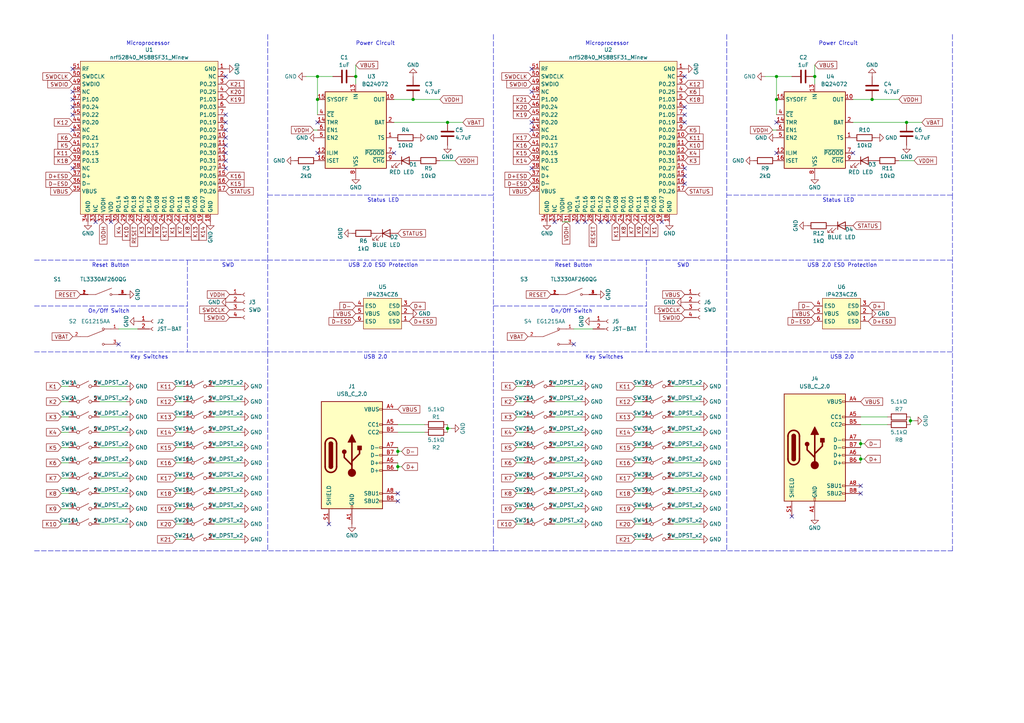
<source format=kicad_sch>
(kicad_sch (version 20211123) (generator eeschema)
  (paper "User" 340.004 240.005)
  (title_block (title "Gravi") (date "2023-01-21") (rev "4"))
  (junction (at 257.81 25.4))
  (junction (at 105.41 33.02))
  (junction (at 137.16 33.02))
  (junction (at 300.99 40.64))
  (junction (at 132.08 149.86))
  (junction (at 118.11 25.4))
  (junction (at 105.41 25.4))
  (junction (at 285.75 147.32))
  (junction (at 270.51 25.4))
  (junction (at 257.81 33.02))
  (junction (at 148.59 40.64))
  (junction (at 148.59 142.24))
  (junction (at 302.26 139.7))
  (junction (at 132.08 154.94))
  (junction (at 285.75 152.4))
  (junction (at 289.56 33.02))
  (no_connect (at 105.41 50.8))
  (no_connect (at 176.53 55.88))
  (no_connect (at 285.75 163.83))
  (no_connect (at 105.41 40.64))
  (no_connect (at 130.81 50.8))
  (no_connect (at 176.53 43.18))
  (no_connect (at 283.21 50.8))
  (no_connect (at 36.83 73.66))
  (no_connect (at 39.37 114.3))
  (no_connect (at 184.15 73.66))
  (no_connect (at 132.08 166.37))
  (no_connect (at 132.08 163.83))
  (no_connect (at 285.75 161.29))
  (no_connect (at 24.13 22.86))
  (no_connect (at 257.81 50.8))
  (no_connect (at 262.89 171.45))
  (no_connect (at 257.81 40.64))
  (no_connect (at 24.13 30.48))
  (no_connect (at 74.93 25.4))
  (no_connect (at 31.75 73.66))
  (no_connect (at 24.13 43.18))
  (no_connect (at 24.13 55.88))
  (no_connect (at 190.5 114.3))
  (no_connect (at 24.13 33.02))
  (no_connect (at 24.13 35.56))
  (no_connect (at 24.13 38.1))
  (no_connect (at 74.93 55.88))
  (no_connect (at 74.93 53.34))
  (no_connect (at 74.93 50.8))
  (no_connect (at 74.93 48.26))
  (no_connect (at 74.93 45.72))
  (no_connect (at 74.93 43.18))
  (no_connect (at 74.93 40.64))
  (no_connect (at 74.93 38.1))
  (no_connect (at 219.71 73.66))
  (no_connect (at 227.33 58.42))
  (no_connect (at 227.33 60.96))
  (no_connect (at 227.33 38.1))
  (no_connect (at 227.33 35.56))
  (no_connect (at 201.93 73.66))
  (no_connect (at 227.33 55.88))
  (no_connect (at 227.33 40.64))
  (no_connect (at 194.31 73.66))
  (no_connect (at 199.39 73.66))
  (no_connect (at 191.77 73.66))
  (no_connect (at 176.53 40.64))
  (no_connect (at 176.53 22.86))
  (no_connect (at 227.33 25.4))
  (no_connect (at 109.22 173.99))
  (no_connect (at 176.53 30.48))
  (wire (pts (xy 118.11 21.59) (xy 118.11 25.4)))
  (wire (pts (xy 171.45 153.67) (xy 173.99 153.67)))
  (wire (pts (xy 285.75 152.4) (xy 287.02 152.4)))
  (wire (pts (xy 232.41 138.43) (xy 223.52 138.43)))
  (wire (pts (xy 41.91 128.27) (xy 33.02 128.27)))
  (wire (pts (xy 80.01 179.07) (xy 71.12 179.07)))
  (wire (pts (xy 20.32 148.59) (xy 22.86 148.59)))
  (wire (pts (xy 294.64 140.97) (xy 285.75 140.97)))
  (wire (pts (xy 58.42 173.99) (xy 60.96 173.99)))
  (wire (pts (xy 210.82 173.99) (xy 213.36 173.99)))
  (wire (pts (xy 186.69 73.66) (xy 189.23 73.66)))
  (wire (pts (xy 20.32 158.75) (xy 22.86 158.75)))
  (wire (pts (xy 193.04 128.27) (xy 184.15 128.27)))
  (wire (pts (xy 80.01 163.83) (xy 71.12 163.83)))
  (wire (pts (xy 80.01 153.67) (xy 71.12 153.67)))
  (polyline (pts (xy 62.23 86.36) (xy 62.23 116.84)))
  (wire (pts (xy 232.41 168.91) (xy 223.52 168.91)))
  (wire (pts (xy 302.26 139.7) (xy 303.53 139.7)))
  (wire (pts (xy 58.42 128.27) (xy 60.96 128.27)))
  (polyline (pts (xy 163.83 176.53) (xy 163.83 64.77)))
  (wire (pts (xy 256.54 43.18) (xy 257.81 43.18)))
  (wire (pts (xy 80.01 158.75) (xy 71.12 158.75)))
  (wire (pts (xy 80.01 148.59) (xy 71.12 148.59)))
  (wire (pts (xy 20.32 133.35) (xy 22.86 133.35)))
  (wire (pts (xy 298.45 53.34) (xy 303.53 53.34)))
  (wire (pts (xy 210.82 163.83) (xy 213.36 163.83)))
  (polyline (pts (xy 241.3 116.84) (xy 316.23 116.84)))
  (wire (pts (xy 254 25.4) (xy 257.81 25.4)))
  (wire (pts (xy 171.45 138.43) (xy 173.99 138.43)))
  (wire (pts (xy 270.51 21.59) (xy 270.51 25.4)))
  (wire (pts (xy 285.75 152.4) (xy 285.75 153.67)))
  (wire (pts (xy 132.08 154.94) (xy 133.35 154.94)))
  (wire (pts (xy 171.45 133.35) (xy 173.99 133.35)))
  (wire (pts (xy 193.04 148.59) (xy 184.15 148.59)))
  (wire (pts (xy 300.99 40.64) (xy 306.07 40.64)))
  (wire (pts (xy 41.91 158.75) (xy 33.02 158.75)))
  (polyline (pts (xy 214.63 86.36) (xy 214.63 116.84)))
  (wire (pts (xy 58.42 133.35) (xy 60.96 133.35)))
  (polyline (pts (xy 88.9 86.36) (xy 163.83 86.36)))
  (polyline (pts (xy 88.9 116.84) (xy 163.83 116.84)))
  (wire (pts (xy 140.97 140.97) (xy 132.08 140.97)))
  (polyline (pts (xy 11.43 101.6) (xy 62.23 101.6)))
  (wire (pts (xy 193.04 143.51) (xy 184.15 143.51)))
  (wire (pts (xy 232.41 163.83) (xy 223.52 163.83)))
  (wire (pts (xy 132.08 153.67) (xy 132.08 154.94)))
  (polyline (pts (xy 316.23 182.88) (xy 316.23 64.77)))
  (polyline (pts (xy 163.83 101.6) (xy 214.63 101.6)))
  (wire (pts (xy 45.72 109.22) (xy 39.37 109.22)))
  (wire (pts (xy 232.41 153.67) (xy 223.52 153.67)))
  (wire (pts (xy 294.64 138.43) (xy 285.75 138.43)))
  (wire (pts (xy 20.32 138.43) (xy 22.86 138.43)))
  (polyline (pts (xy 316.23 11.43) (xy 316.23 64.77)))
  (polyline (pts (xy 241.3 116.84) (xy 241.3 86.36)))
  (wire (pts (xy 132.08 149.86) (xy 133.35 149.86)))
  (wire (pts (xy 285.75 146.05) (xy 285.75 147.32)))
  (polyline (pts (xy 241.3 11.43) (xy 241.3 86.36)))
  (wire (pts (xy 148.59 142.24) (xy 149.86 142.24)))
  (polyline (pts (xy 163.83 176.53) (xy 163.83 182.88)))
  (polyline (pts (xy 241.3 86.36) (xy 316.23 86.36)))
  (wire (pts (xy 210.82 143.51) (xy 213.36 143.51)))
  (polyline (pts (xy 88.9 116.84) (xy 88.9 182.88)))
  (polyline (pts (xy 88.9 116.84) (xy 88.9 86.36)))
  (wire (pts (xy 148.59 140.97) (xy 148.59 142.24)))
  (wire (pts (xy 210.82 133.35) (xy 213.36 133.35)))
  (wire (pts (xy 210.82 148.59) (xy 213.36 148.59)))
  (wire (pts (xy 210.82 138.43) (xy 213.36 138.43)))
  (wire (pts (xy 232.41 179.07) (xy 223.52 179.07)))
  (wire (pts (xy 257.81 25.4) (xy 257.81 33.02)))
  (wire (pts (xy 58.42 158.75) (xy 60.96 158.75)))
  (wire (pts (xy 80.01 168.91) (xy 71.12 168.91)))
  (wire (pts (xy 58.42 168.91) (xy 60.96 168.91)))
  (wire (pts (xy 137.16 33.02) (xy 146.05 33.02)))
  (wire (pts (xy 58.42 143.51) (xy 60.96 143.51)))
  (wire (pts (xy 80.01 173.99) (xy 71.12 173.99)))
  (wire (pts (xy 105.41 25.4) (xy 110.49 25.4)))
  (wire (pts (xy 20.32 143.51) (xy 22.86 143.51)))
  (polyline (pts (xy 241.3 116.84) (xy 241.3 182.88)))
  (wire (pts (xy 193.04 163.83) (xy 184.15 163.83)))
  (polyline (pts (xy 163.83 116.84) (xy 241.3 116.84)))
  (wire (pts (xy 130.81 40.64) (xy 148.59 40.64)))
  (wire (pts (xy 285.75 151.13) (xy 285.75 152.4)))
  (wire (pts (xy 257.81 33.02) (xy 257.81 38.1)))
  (polyline (pts (xy 163.83 182.88) (xy 316.23 182.88)))
  (wire (pts (xy 151.13 53.34) (xy 146.05 53.34)))
  (wire (pts (xy 132.08 149.86) (xy 132.08 151.13)))
  (wire (pts (xy 58.42 153.67) (xy 60.96 153.67)))
  (polyline (pts (xy 11.43 116.84) (xy 88.9 116.84)))
  (wire (pts (xy 140.97 143.51) (xy 132.08 143.51)))
  (wire (pts (xy 80.01 138.43) (xy 71.12 138.43)))
  (wire (pts (xy 232.41 128.27) (xy 223.52 128.27)))
  (wire (pts (xy 41.91 148.59) (xy 33.02 148.59)))
  (wire (pts (xy 58.42 179.07) (xy 60.96 179.07)))
  (wire (pts (xy 104.14 43.18) (xy 105.41 43.18)))
  (wire (pts (xy 171.45 143.51) (xy 173.99 143.51)))
  (wire (pts (xy 105.41 33.02) (xy 105.41 38.1)))
  (wire (pts (xy 20.32 128.27) (xy 22.86 128.27)))
  (wire (pts (xy 210.82 168.91) (xy 213.36 168.91)))
  (wire (pts (xy 302.26 139.7) (xy 302.26 140.97)))
  (wire (pts (xy 41.91 138.43) (xy 33.02 138.43)))
  (wire (pts (xy 41.91 133.35) (xy 33.02 133.35)))
  (wire (pts (xy 80.01 133.35) (xy 71.12 133.35)))
  (wire (pts (xy 41.91 168.91) (xy 33.02 168.91)))
  (wire (pts (xy 58.42 138.43) (xy 60.96 138.43)))
  (wire (pts (xy 285.75 147.32) (xy 287.02 147.32)))
  (polyline (pts (xy 163.83 11.43) (xy 163.83 64.77)))
  (wire (pts (xy 132.08 154.94) (xy 132.08 156.21)))
  (wire (pts (xy 130.81 33.02) (xy 137.16 33.02)))
  (wire (pts (xy 210.82 179.07) (xy 213.36 179.07)))
  (wire (pts (xy 20.32 153.67) (xy 22.86 153.67)))
  (wire (pts (xy 148.59 142.24) (xy 148.59 143.51)))
  (polyline (pts (xy 241.3 64.77) (xy 316.23 64.77)))
  (wire (pts (xy 58.42 148.59) (xy 60.96 148.59)))
  (wire (pts (xy 210.82 158.75) (xy 213.36 158.75)))
  (wire (pts (xy 193.04 168.91) (xy 184.15 168.91)))
  (polyline (pts (xy 11.43 86.36) (xy 88.9 86.36)))
  (wire (pts (xy 285.75 147.32) (xy 285.75 148.59)))
  (wire (pts (xy 171.45 148.59) (xy 173.99 148.59)))
  (polyline (pts (xy 11.43 182.88) (xy 163.83 182.88)))
  (wire (pts (xy 80.01 128.27) (xy 71.12 128.27)))
  (wire (pts (xy 132.08 148.59) (xy 132.08 149.86)))
  (wire (pts (xy 41.91 173.99) (xy 33.02 173.99)))
  (wire (pts (xy 302.26 138.43) (xy 302.26 139.7)))
  (wire (pts (xy 283.21 40.64) (xy 300.99 40.64)))
  (wire (pts (xy 58.42 163.83) (xy 60.96 163.83)))
  (wire (pts (xy 283.21 33.02) (xy 289.56 33.02)))
  (wire (pts (xy 257.81 25.4) (xy 262.89 25.4)))
  (wire (pts (xy 171.45 168.91) (xy 173.99 168.91)))
  (wire (pts (xy 232.41 133.35) (xy 223.52 133.35)))
  (wire (pts (xy 232.41 173.99) (xy 223.52 173.99)))
  (wire (pts (xy 193.04 133.35) (xy 184.15 133.35)))
  (polyline (pts (xy 88.9 11.43) (xy 88.9 86.36)))
  (polyline (pts (xy 163.83 86.36) (xy 241.3 86.36)))
  (wire (pts (xy 171.45 158.75) (xy 173.99 158.75)))
  (wire (pts (xy 210.82 128.27) (xy 213.36 128.27)))
  (wire (pts (xy 105.41 25.4) (xy 105.41 33.02)))
  (wire (pts (xy 20.32 163.83) (xy 22.86 163.83)))
  (wire (pts (xy 289.56 33.02) (xy 298.45 33.02)))
  (wire (pts (xy 210.82 153.67) (xy 213.36 153.67)))
  (wire (pts (xy 20.32 168.91) (xy 22.86 168.91)))
  (wire (pts (xy 80.01 143.51) (xy 71.12 143.51)))
  (wire (pts (xy 41.91 163.83) (xy 33.02 163.83)))
  (wire (pts (xy 193.04 153.67) (xy 184.15 153.67)))
  (wire (pts (xy 232.41 143.51) (xy 223.52 143.51)))
  (wire (pts (xy 118.11 25.4) (xy 118.11 27.94)))
  (wire (pts (xy 270.51 25.4) (xy 270.51 27.94)))
  (wire (pts (xy 232.41 158.75) (xy 223.52 158.75)))
  (polyline (pts (xy 88.9 64.77) (xy 163.83 64.77)))
  (wire (pts (xy 171.45 173.99) (xy 173.99 173.99)))
  (wire (pts (xy 232.41 148.59) (xy 223.52 148.59)))
  (wire (pts (xy 41.91 153.67) (xy 33.02 153.67)))
  (wire (pts (xy 171.45 128.27) (xy 173.99 128.27)))
  (wire (pts (xy 101.6 25.4) (xy 105.41 25.4)))
  (wire (pts (xy 193.04 158.75) (xy 184.15 158.75)))
  (wire (pts (xy 171.45 163.83) (xy 173.99 163.83)))
  (wire (pts (xy 20.32 173.99) (xy 22.86 173.99)))
  (wire (pts (xy 148.59 40.64) (xy 153.67 40.64)))
  (wire (pts (xy 196.85 109.22) (xy 190.5 109.22)))
  (wire (pts (xy 193.04 173.99) (xy 184.15 173.99)))
  (wire (pts (xy 193.04 138.43) (xy 184.15 138.43)))
  (wire (pts (xy 41.91 143.51) (xy 33.02 143.51)))
  (text "SWD" (at 224.79 88.9 0) (effects (font (size 1.27 1.27)) (justify left bottom)))
  (text "USB 2.0" (at 120.65 119.38 0) (effects (font (size 1.27 1.27)) (justify left bottom)))
  (text "Power Circuit" (at 118.11 15.24 0) (effects (font (size 1.27 1.27)) (justify left bottom)))
  (text "Key Switches" (at 43.18 119.38 0) (effects (font (size 1.27 1.27)) (justify left bottom)))
  (text "USB 2.0 ESD Protection" (at 267.97 88.9 0) (effects (font (size 1.27 1.27)) (justify left bottom)))
  (text "Status LED" (at 273.05 67.31 0) (effects (font (size 1.27 1.27)) (justify left bottom)))
  (text "USB 2.0 ESD Protection" (at 115.57 88.9 0) (effects (font (size 1.27 1.27)) (justify left bottom)))
  (text "SWD" (at 73.66 88.9 0) (effects (font (size 1.27 1.27)) (justify left bottom)))
  (text "Microprocessor" (at 194.31 15.24 0) (effects (font (size 1.27 1.27)) (justify left bottom)))
  (text "Reset Button" (at 30.48 88.9 0) (effects (font (size 1.27 1.27)) (justify left bottom)))
  (text "Status LED" (at 121.92 67.31 0) (effects (font (size 1.27 1.27)) (justify left bottom)))
  (text "On/Off Switch" (at 29.21 104.14 0) (effects (font (size 1.27 1.27)) (justify left bottom)))
  (text "Reset Button" (at 184.15 88.9 0) (effects (font (size 1.27 1.27)) (justify left bottom)))
  (text "Power Circuit" (at 271.78 15.24 0) (effects (font (size 1.27 1.27)) (justify left bottom)))
  (text "Key Switches" (at 194.31 119.38 0) (effects (font (size 1.27 1.27)) (justify left bottom)))
  (text "Microprocessor" (at 41.91 15.24 0) (effects (font (size 1.27 1.27)) (justify left bottom)))
  (text "USB 2.0" (at 275.59 119.38 0) (effects (font (size 1.27 1.27)) (justify left bottom)))
  (text "On/Off Switch" (at 182.88 104.14 0) (effects (font (size 1.27 1.27)) (justify left bottom)))
  (global_label "K7" (shape input) (at 209.55 73.66 270) (property "Intersheet References" "${INTERSHEET_REFS}" (effects hide)))
  (global_label "K2" (shape input) (at 20.32 133.35 180) (property "Intersheet References" "${INTERSHEET_REFS}" (effects hide)))
  (global_label "K2" (shape input) (at 171.45 133.35 180) (property "Intersheet References" "${INTERSHEET_REFS}" (effects hide)))
  (global_label "K15" (shape input) (at 58.42 148.59 180) (property "Intersheet References" "${INTERSHEET_REFS}" (effects hide)))
  (global_label "K1" (shape input) (at 171.45 128.27 180) (property "Intersheet References" "${INTERSHEET_REFS}" (effects hide)))
  (global_label "K2" (shape input) (at 49.53 73.66 270) (property "Intersheet References" "${INTERSHEET_REFS}" (effects hide)))
  (global_label "SWDCLK" (shape input) (at 227.33 102.87 180) (property "Intersheet References" "${INTERSHEET_REFS}" (effects hide)))
  (global_label "K16" (shape input) (at 176.53 48.26 180) (property "Intersheet References" "${INTERSHEET_REFS}" (effects hide)))
  (global_label "K14" (shape input) (at 58.42 143.51 180) (property "Intersheet References" "${INTERSHEET_REFS}" (effects hide)))
  (global_label "K1" (shape input) (at 217.17 73.66 270) (property "Intersheet References" "${INTERSHEET_REFS}" (effects hide)))
  (global_label "K16" (shape input) (at 58.42 153.67 180) (property "Intersheet References" "${INTERSHEET_REFS}" (effects hide)))
  (global_label "D+" (shape input) (at 288.29 101.6 0) (property "Intersheet References" "${INTERSHEET_REFS}" (effects hide)))
  (global_label "K5" (shape input) (at 171.45 148.59 180) (property "Intersheet References" "${INTERSHEET_REFS}" (effects hide)))
  (global_label "STATUS" (shape input) (at 227.33 63.5 0) (property "Intersheet References" "${INTERSHEET_REFS}" (effects hide)))
  (global_label "D-" (shape input) (at 287.02 147.32 0) (property "Intersheet References" "${INTERSHEET_REFS}" (effects hide)))
  (global_label "RESET" (shape input) (at 44.45 73.66 270) (property "Intersheet References" "${INTERSHEET_REFS}" (effects hide)))
  (global_label "K9" (shape input) (at 212.09 73.66 270) (property "Intersheet References" "${INTERSHEET_REFS}" (effects hide)))
  (global_label "VDDH" (shape input) (at 34.29 73.66 270) (property "Intersheet References" "${INTERSHEET_REFS}" (effects hide)))
  (global_label "SWDCLK" (shape input) (at 76.2 102.87 180) (property "Intersheet References" "${INTERSHEET_REFS}" (effects hide)))
  (global_label "RESET" (shape input) (at 26.67 97.79 180) (property "Intersheet References" "${INTERSHEET_REFS}" (effects hide)))
  (global_label "VBAT" (shape input) (at 153.67 40.64 0) (property "Intersheet References" "${INTERSHEET_REFS}" (effects hide)))
  (global_label "K20" (shape input) (at 210.82 173.99 180) (property "Intersheet References" "${INTERSHEET_REFS}" (effects hide)))
  (global_label "D-" (shape input) (at 118.11 101.6 180) (property "Intersheet References" "${INTERSHEET_REFS}" (effects hide)))
  (global_label "K14" (shape input) (at 67.31 73.66 270) (property "Intersheet References" "${INTERSHEET_REFS}" (effects hide)))
  (global_label "SWDCLK" (shape input) (at 176.53 25.4 180) (property "Intersheet References" "${INTERSHEET_REFS}" (effects hide)))
  (global_label "SWDIO" (shape input) (at 76.2 105.41 180) (property "Intersheet References" "${INTERSHEET_REFS}" (effects hide)))
  (global_label "K12" (shape input) (at 58.42 133.35 180) (property "Intersheet References" "${INTERSHEET_REFS}" (effects hide)))
  (global_label "VBUS" (shape input) (at 176.53 63.5 180) (property "Intersheet References" "${INTERSHEET_REFS}" (effects hide)))
  (global_label "K20" (shape input) (at 74.93 30.48 0) (property "Intersheet References" "${INTERSHEET_REFS}" (effects hide)))
  (global_label "K20" (shape input) (at 176.53 35.56 180) (property "Intersheet References" "${INTERSHEET_REFS}" (effects hide)))
  (global_label "K20" (shape input) (at 58.42 173.99 180) (property "Intersheet References" "${INTERSHEET_REFS}" (effects hide)))
  (global_label "D-" (shape input) (at 270.51 101.6 180) (property "Intersheet References" "${INTERSHEET_REFS}" (effects hide)))
  (global_label "K12" (shape input) (at 24.13 40.64 180) (property "Intersheet References" "${INTERSHEET_REFS}" (effects hide)))
  (global_label "K10" (shape input) (at 227.33 48.26 0) (property "Intersheet References" "${INTERSHEET_REFS}" (effects hide)))
  (global_label "STATUS" (shape input) (at 283.21 74.93 0) (property "Intersheet References" "${INTERSHEET_REFS}" (effects hide)))
  (global_label "RESET" (shape input) (at 196.85 73.66 270) (property "Intersheet References" "${INTERSHEET_REFS}" (effects hide)))
  (global_label "VDDH" (shape input) (at 303.53 53.34 0) (property "Intersheet References" "${INTERSHEET_REFS}" (effects hide)))
  (global_label "K13" (shape input) (at 64.77 73.66 270) (property "Intersheet References" "${INTERSHEET_REFS}" (effects hide)))
  (global_label "VBUS" (shape input) (at 118.11 104.14 180) (property "Intersheet References" "${INTERSHEET_REFS}" (effects hide)))
  (global_label "K6" (shape input) (at 227.33 30.48 0) (property "Intersheet References" "${INTERSHEET_REFS}" (effects hide)))
  (global_label "D+" (shape input) (at 133.35 154.94 0) (property "Intersheet References" "${INTERSHEET_REFS}" (effects hide)))
  (global_label "K21" (shape input) (at 210.82 179.07 180) (property "Intersheet References" "${INTERSHEET_REFS}" (effects hide)))
  (global_label "K5" (shape input) (at 24.13 48.26 180) (property "Intersheet References" "${INTERSHEET_REFS}" (effects hide)))
  (global_label "K11" (shape input) (at 227.33 45.72 0) (property "Intersheet References" "${INTERSHEET_REFS}" (effects hide)))
  (global_label "D-" (shape input) (at 133.35 149.86 0) (property "Intersheet References" "${INTERSHEET_REFS}" (effects hide)))
  (global_label "K1" (shape input) (at 20.32 128.27 180) (property "Intersheet References" "${INTERSHEET_REFS}" (effects hide)))
  (global_label "RESET" (shape input) (at 182.88 97.79 180) (property "Intersheet References" "${INTERSHEET_REFS}" (effects hide)))
  (global_label "K15" (shape input) (at 176.53 50.8 180) (property "Intersheet References" "${INTERSHEET_REFS}" (effects hide)))
  (global_label "VBUS" (shape input) (at 227.33 97.79 180) (property "Intersheet References" "${INTERSHEET_REFS}" (effects hide)))
  (global_label "K4" (shape input) (at 39.37 73.66 270) (property "Intersheet References" "${INTERSHEET_REFS}" (effects hide)))
  (global_label "K18" (shape input) (at 210.82 163.83 180) (property "Intersheet References" "${INTERSHEET_REFS}" (effects hide)))
  (global_label "STATUS" (shape input) (at 74.93 63.5 0) (property "Intersheet References" "${INTERSHEET_REFS}" (effects hide)))
  (global_label "VDDH" (shape input) (at 76.2 97.79 180) (property "Intersheet References" "${INTERSHEET_REFS}" (effects hide)))
  (global_label "K13" (shape input) (at 210.82 138.43 180) (property "Intersheet References" "${INTERSHEET_REFS}" (effects hide)))
  (global_label "K3" (shape input) (at 227.33 53.34 0) (property "Intersheet References" "${INTERSHEET_REFS}" (effects hide)))
  (global_label "D+" (shape input) (at 135.89 101.6 0) (property "Intersheet References" "${INTERSHEET_REFS}" (effects hide)))
  (global_label "K15" (shape input) (at 74.93 60.96 0) (property "Intersheet References" "${INTERSHEET_REFS}" (effects hide)))
  (global_label "K15" (shape input) (at 210.82 148.59 180) (property "Intersheet References" "${INTERSHEET_REFS}" (effects hide)))
  (global_label "D-ESD" (shape input) (at 118.11 106.68 180) (property "Intersheet References" "${INTERSHEET_REFS}" (effects hide)))
  (global_label "K16" (shape input) (at 210.82 153.67 180) (property "Intersheet References" "${INTERSHEET_REFS}" (effects hide)))
  (global_label "K9" (shape input) (at 171.45 168.91 180) (property "Intersheet References" "${INTERSHEET_REFS}" (effects hide)))
  (global_label "D+ESD" (shape input) (at 176.53 58.42 180) (property "Intersheet References" "${INTERSHEET_REFS}" (effects hide)))
  (global_label "K19" (shape input) (at 74.93 33.02 0) (property "Intersheet References" "${INTERSHEET_REFS}" (effects hide)))
  (global_label "K16" (shape input) (at 74.93 58.42 0) (property "Intersheet References" "${INTERSHEET_REFS}" (effects hide)))
  (global_label "K4" (shape input) (at 171.45 143.51 180) (property "Intersheet References" "${INTERSHEET_REFS}" (effects hide)))
  (global_label "SWDIO" (shape input) (at 227.33 105.41 180) (property "Intersheet References" "${INTERSHEET_REFS}" (effects hide)))
  (global_label "SWDIO" (shape input) (at 176.53 27.94 180) (property "Intersheet References" "${INTERSHEET_REFS}" (effects hide)))
  (global_label "K4" (shape input) (at 20.32 143.51 180) (property "Intersheet References" "${INTERSHEET_REFS}" (effects hide)))
  (global_label "K11" (shape input) (at 210.82 128.27 180) (property "Intersheet References" "${INTERSHEET_REFS}" (effects hide)))
  (global_label "K6" (shape input) (at 20.32 153.67 180) (property "Intersheet References" "${INTERSHEET_REFS}" (effects hide)))
  (global_label "VDDH" (shape input) (at 256.54 43.18 180) (property "Intersheet References" "${INTERSHEET_REFS}" (effects hide)))
  (global_label "SWDCLK" (shape input) (at 24.13 25.4 180) (property "Intersheet References" "${INTERSHEET_REFS}" (effects hide)))
  (global_label "D+ESD" (shape input) (at 24.13 58.42 180) (property "Intersheet References" "${INTERSHEET_REFS}" (effects hide)))
  (global_label "VBAT" (shape input) (at 175.26 111.76 180) (property "Intersheet References" "${INTERSHEET_REFS}" (effects hide)))
  (global_label "K11" (shape input) (at 58.42 128.27 180) (property "Intersheet References" "${INTERSHEET_REFS}" (effects hide)))
  (global_label "VDDH" (shape input) (at 187.96 73.66 270) (property "Intersheet References" "${INTERSHEET_REFS}" (effects hide)))
  (global_label "K4" (shape input) (at 227.33 50.8 0) (property "Intersheet References" "${INTERSHEET_REFS}" (effects hide)))
  (global_label "K18" (shape input) (at 58.42 163.83 180) (property "Intersheet References" "${INTERSHEET_REFS}" (effects hide)))
  (global_label "K7" (shape input) (at 59.69 73.66 270) (property "Intersheet References" "${INTERSHEET_REFS}" (effects hide)))
  (global_label "K19" (shape input) (at 58.42 168.91 180) (property "Intersheet References" "${INTERSHEET_REFS}" (effects hide)))
  (global_label "STATUS" (shape input) (at 132.08 77.47 0) (property "Intersheet References" "${INTERSHEET_REFS}" (effects hide)))
  (global_label "K3" (shape input) (at 20.32 138.43 180) (property "Intersheet References" "${INTERSHEET_REFS}" (effects hide)))
  (global_label "D+ESD" (shape input) (at 288.29 106.68 0) (property "Intersheet References" "${INTERSHEET_REFS}" (effects hide)))
  (global_label "K12" (shape input) (at 210.82 133.35 180) (property "Intersheet References" "${INTERSHEET_REFS}" (effects hide)))
  (global_label "SWDIO" (shape input) (at 24.13 27.94 180) (property "Intersheet References" "${INTERSHEET_REFS}" (effects hide)))
  (global_label "VDDH" (shape input) (at 298.45 33.02 0) (property "Intersheet References" "${INTERSHEET_REFS}" (effects hide)))
  (global_label "K6" (shape input) (at 171.45 153.67 180) (property "Intersheet References" "${INTERSHEET_REFS}" (effects hide)))
  (global_label "K9" (shape input) (at 52.07 73.66 270) (property "Intersheet References" "${INTERSHEET_REFS}" (effects hide)))
  (global_label "VBAT" (shape input) (at 24.13 111.76 180) (property "Intersheet References" "${INTERSHEET_REFS}" (effects hide)))
  (global_label "K13" (shape input) (at 58.42 138.43 180) (property "Intersheet References" "${INTERSHEET_REFS}" (effects hide)))
  (global_label "D-ESD" (shape input) (at 176.53 60.96 180) (property "Intersheet References" "${INTERSHEET_REFS}" (effects hide)))
  (global_label "K3" (shape input) (at 171.45 138.43 180) (property "Intersheet References" "${INTERSHEET_REFS}" (effects hide)))
  (global_label "K12" (shape input) (at 227.33 27.94 0) (property "Intersheet References" "${INTERSHEET_REFS}" (effects hide)))
  (global_label "K18" (shape input) (at 24.13 53.34 180) (property "Intersheet References" "${INTERSHEET_REFS}" (effects hide)))
  (global_label "K9" (shape input) (at 20.32 168.91 180) (property "Intersheet References" "${INTERSHEET_REFS}" (effects hide)))
  (global_label "K11" (shape input) (at 24.13 50.8 180) (property "Intersheet References" "${INTERSHEET_REFS}" (effects hide)))
  (global_label "K10" (shape input) (at 171.45 173.99 180) (property "Intersheet References" "${INTERSHEET_REFS}" (effects hide)))
  (global_label "D+ESD" (shape input) (at 135.89 106.68 0) (property "Intersheet References" "${INTERSHEET_REFS}" (effects hide)))
  (global_label "D-ESD" (shape input) (at 24.13 60.96 180) (property "Intersheet References" "${INTERSHEET_REFS}" (effects hide)))
  (global_label "VBUS" (shape input) (at 132.08 135.89 0) (property "Intersheet References" "${INTERSHEET_REFS}" (effects hide)))
  (global_label "VDDH" (shape input) (at 146.05 33.02 0) (property "Intersheet References" "${INTERSHEET_REFS}" (effects hide)))
  (global_label "VBUS" (shape input) (at 285.75 133.35 0) (property "Intersheet References" "${INTERSHEET_REFS}" (effects hide)))
  (global_label "K14" (shape input) (at 176.53 53.34 180) (property "Intersheet References" "${INTERSHEET_REFS}" (effects hide)))
  (global_label "VDDH" (shape input) (at 104.14 43.18 180) (property "Intersheet References" "${INTERSHEET_REFS}" (effects hide)))
  (global_label "K7" (shape input) (at 20.32 158.75 180) (property "Intersheet References" "${INTERSHEET_REFS}" (effects hide)))
  (global_label "VBUS" (shape input) (at 270.51 21.59 0) (property "Intersheet References" "${INTERSHEET_REFS}" (effects hide)))
  (global_label "K8" (shape input) (at 20.32 163.83 180) (property "Intersheet References" "${INTERSHEET_REFS}" (effects hide)))
  (global_label "D+" (shape input) (at 287.02 152.4 0) (property "Intersheet References" "${INTERSHEET_REFS}" (effects hide)))
  (global_label "VBUS" (shape input) (at 24.13 63.5 180) (property "Intersheet References" "${INTERSHEET_REFS}" (effects hide)))
  (global_label "K10" (shape input) (at 41.91 73.66 270) (property "Intersheet References" "${INTERSHEET_REFS}" (effects hide)))
  (global_label "K18" (shape input) (at 227.33 33.02 0) (property "Intersheet References" "${INTERSHEET_REFS}" (effects hide)))
  (global_label "K17" (shape input) (at 210.82 158.75 180) (property "Intersheet References" "${INTERSHEET_REFS}" (effects hide)))
  (global_label "VDDH" (shape input) (at 151.13 53.34 0) (property "Intersheet References" "${INTERSHEET_REFS}" (effects hide)))
  (global_label "K14" (shape input) (at 210.82 143.51 180) (property "Intersheet References" "${INTERSHEET_REFS}" (effects hide)))
  (global_label "K19" (shape input) (at 176.53 38.1 180) (property "Intersheet References" "${INTERSHEET_REFS}" (effects hide)))
  (global_label "K21" (shape input) (at 58.42 179.07 180) (property "Intersheet References" "${INTERSHEET_REFS}" (effects hide)))
  (global_label "K21" (shape input) (at 176.53 33.02 180) (property "Intersheet References" "${INTERSHEET_REFS}" (effects hide)))
  (global_label "VBUS" (shape input) (at 118.11 21.59 0) (property "Intersheet References" "${INTERSHEET_REFS}" (effects hide)))
  (global_label "K19" (shape input) (at 210.82 168.91 180) (property "Intersheet References" "${INTERSHEET_REFS}" (effects hide)))
  (global_label "K8" (shape input) (at 207.01 73.66 270) (property "Intersheet References" "${INTERSHEET_REFS}" (effects hide)))
  (global_label "D-ESD" (shape input) (at 270.51 106.68 180) (property "Intersheet References" "${INTERSHEET_REFS}" (effects hide)))
  (global_label "VBUS" (shape input) (at 270.51 104.14 180) (property "Intersheet References" "${INTERSHEET_REFS}" (effects hide)))
  (global_label "K10" (shape input) (at 20.32 173.99 180) (property "Intersheet References" "${INTERSHEET_REFS}" (effects hide)))
  (global_label "K5" (shape input) (at 227.33 43.18 0) (property "Intersheet References" "${INTERSHEET_REFS}" (effects hide)))
  (global_label "K3" (shape input) (at 46.99 73.66 270) (property "Intersheet References" "${INTERSHEET_REFS}" (effects hide)))
  (global_label "K17" (shape input) (at 58.42 158.75 180) (property "Intersheet References" "${INTERSHEET_REFS}" (effects hide)))
  (global_label "K13" (shape input) (at 204.47 73.66 270) (property "Intersheet References" "${INTERSHEET_REFS}" (effects hide)))
  (global_label "K1" (shape input) (at 57.15 73.66 270) (property "Intersheet References" "${INTERSHEET_REFS}" (effects hide)))
  (global_label "K5" (shape input) (at 20.32 148.59 180) (property "Intersheet References" "${INTERSHEET_REFS}" (effects hide)))
  (global_label "K21" (shape input) (at 74.93 27.94 0) (property "Intersheet References" "${INTERSHEET_REFS}" (effects hide)))
  (global_label "K8" (shape input) (at 171.45 163.83 180) (property "Intersheet References" "${INTERSHEET_REFS}" (effects hide)))
  (global_label "K7" (shape input) (at 171.45 158.75 180) (property "Intersheet References" "${INTERSHEET_REFS}" (effects hide)))
  (global_label "K17" (shape input) (at 176.53 45.72 180) (property "Intersheet References" "${INTERSHEET_REFS}" (effects hide)))
  (global_label "K2" (shape input) (at 214.63 73.66 270) (property "Intersheet References" "${INTERSHEET_REFS}" (effects hide)))
  (global_label "K8" (shape input) (at 62.23 73.66 270) (property "Intersheet References" "${INTERSHEET_REFS}" (effects hide)))
  (global_label "K6" (shape input) (at 24.13 45.72 180) (property "Intersheet References" "${INTERSHEET_REFS}" (effects hide)))
  (global_label "K17" (shape input) (at 54.61 73.66 270) (property "Intersheet References" "${INTERSHEET_REFS}" (effects hide)))
  (global_label "VBAT" (shape input) (at 306.07 40.64 0) (property "Intersheet References" "${INTERSHEET_REFS}" (effects hide)))
  (symbol (lib_id "power:GND") (at 198.12 97.79 90) (unit 1)
    (property "Reference" "#PWR0143" (effects hide))
    (property "Value" "GND" (at 201.93 97.79 0))
  )
  (symbol (lib_id "power:GND") (at 45.72 106.68 270) (unit 1)
    (property "Reference" "#PWR0138" (effects hide))
    (property "Value" "GND" (at 41.91 106.68 0))
  )
  (symbol (lib_id "Switch:SW_DPST_x2") (at 27.94 158.75 0) (unit 1)
    (property "Reference" "SW7" (at 22.86 157.48 0))
    (property "Value" "SW_DPST_x2" (at 36.83 157.48 0))
  )
  (symbol (lib_id "EG1215AA:EG1215AA") (at 182.88 111.76 0) (unit 1)
    (property "Reference" "S4" (at 175.26 106.68 0))
    (property "Value" "EG1215AA" (at 182.88 106.68 0))
    (property "Footprint" "SW_EG1215AA" (effects hide))
    (property "PARTREV" "A" (effects hide))
    (property "MANUFACTURER" "E Switch" (effects hide))
    (property "MAXIMUM_PACKAGE_HEIGHT" "1.40mm" (effects hide))
    (property "STANDARD" "Manufacturer Recommendations" (effects hide))
  )
  (symbol (lib_id "power:GND") (at 270.51 58.42 0) (unit 1)
    (property "Reference" "#PWR0150" (effects hide))
    (property "Value" "GND" (at 270.51 62.23 0))
  )
  (symbol (lib_id "Device:C") (at 137.16 29.21 180) (unit 1)
    (property "Reference" "C3" (at 140.97 27.9399 0) (effects (justify right)))
    (property "Value" "4.7uF" (at 140.97 30.4799 0) (effects (justify right)))
  )
  (symbol (lib_id "Switch:SW_DPST_x2") (at 179.07 138.43 0) (unit 1)
    (property "Reference" "SW24" (at 173.99 137.16 0))
    (property "Value" "SW_DPST_x2" (at 187.96 137.16 0))
  )
  (symbol (lib_id "Switch:SW_DPST_x2") (at 27.94 148.59 0) (unit 1)
    (property "Reference" "SW5" (at 22.86 147.32 0))
    (property "Value" "SW_DPST_x2" (at 36.83 147.32 0))
  )
  (symbol (lib_id "power:GND") (at 232.41 158.75 90) (unit 1)
    (property "Reference" "#PWR0171" (effects hide))
    (property "Value" "GND" (at 237.49 158.75 90))
  )
  (symbol (lib_id "Switch:SW_DPST_x2") (at 179.07 133.35 0) (unit 1)
    (property "Reference" "SW23" (at 173.99 132.08 0))
    (property "Value" "SW_DPST_x2" (at 187.96 132.08 0))
  )
  (symbol (lib_id "Switch:SW_DPST_x2") (at 27.94 143.51 0) (unit 1)
    (property "Reference" "SW4" (at 22.86 142.24 0))
    (property "Value" "SW_DPST_x2" (at 36.83 142.24 0))
  )
  (symbol (lib_id "Device:R") (at 254 53.34 90) (unit 1)
    (property "Reference" "R9" (at 254 55.88 90))
    (property "Value" "2kΩ" (at 254 58.42 90))
  )
  (symbol (lib_id "Switch:SW_DPST_x2") (at 27.94 168.91 0) (unit 1)
    (property "Reference" "SW9" (at 22.86 167.64 0))
    (property "Value" "SW_DPST_x2" (at 36.83 167.64 0))
  )
  (symbol (lib_id "Switch:SW_DPST_x2") (at 66.04 138.43 0) (unit 1)
    (property "Reference" "SW13" (at 60.96 137.16 0))
    (property "Value" "SW_DPST_x2" (at 74.93 137.16 0))
  )
  (symbol (lib_id "power:GND") (at 289.56 25.4 180) (unit 1)
    (property "Reference" "#PWR0148" (effects hide))
    (property "Value" "GND" (at 289.56 21.59 0))
  )
  (symbol (lib_id "power:GND") (at 232.41 148.59 90) (unit 1)
    (property "Reference" "#PWR0176" (effects hide))
    (property "Value" "GND" (at 237.49 148.59 90))
  )
  (symbol (lib_id "power:GND") (at 227.33 100.33 270) (unit 1)
    (property "Reference" "#PWR0142" (effects hide))
    (property "Value" "GND" (at 222.25 100.33 90))
  )
  (symbol (lib_id "power:GND") (at 300.99 48.26 0) (unit 1)
    (property "Reference" "#PWR0151" (effects hide))
    (property "Value" "GND" (at 300.99 52.07 0))
  )
  (symbol (lib_id "power:GND") (at 232.41 128.27 90) (unit 1)
    (property "Reference" "#PWR0174" (effects hide))
    (property "Value" "GND" (at 237.49 128.27 90))
  )
  (symbol (lib_id "power:GND") (at 41.91 168.91 90) (unit 1)
    (property "Reference" "#PWR0115" (effects hide))
    (property "Value" "GND" (at 46.99 168.91 90))
  )
  (symbol (lib_id "Switch:SW_DPST_x2") (at 66.04 173.99 0) (unit 1)
    (property "Reference" "SW20" (at 60.96 172.72 0))
    (property "Value" "SW_DPST_x2" (at 74.93 172.72 0))
  )
  (symbol (lib_id "Switch:SW_DPST_x2") (at 218.44 173.99 0) (unit 1)
    (property "Reference" "SW41" (at 213.36 172.72 0))
    (property "Value" "SW_DPST_x2" (at 227.33 172.72 0))
  )
  (symbol (lib_id "Connector:Conn_01x04_Female") (at 232.41 100.33 0) (unit 1)
    (property "Reference" "J6" (at 233.68 100.3299 0) (effects (justify left)))
    (property "Value" "SWD" (at 233.68 102.8699 0) (effects (justify left)))
  )
  (symbol (lib_id "0_ARognes:MS88SF31_Min") (at 179.07 20.32 0) (unit 1)
    (property "Reference" "U2" (at 201.93 16.51 0))
    (property "Value" "nrf52840_MS88SF31_Minew" (at 201.93 19.05 0))
  )
  (symbol (lib_id "Switch:SW_DPST_x2") (at 179.07 158.75 0) (unit 1)
    (property "Reference" "SW28" (at 173.99 157.48 0))
    (property "Value" "SW_DPST_x2" (at 187.96 157.48 0))
  )
  (symbol (lib_id "Device:R") (at 101.6 53.34 90) (unit 1)
    (property "Reference" "R3" (at 101.6 55.88 90))
    (property "Value" "2kΩ" (at 101.6 58.42 90))
  )
  (symbol (lib_id "Device:R") (at 298.45 138.43 90) (unit 1)
    (property "Reference" "R7" (at 298.45 135.89 90))
    (property "Value" "5.1kΩ" (at 298.45 133.35 90))
  )
  (symbol (lib_id "power:GND") (at 101.6 25.4 270) (unit 1)
    (property "Reference" "#PWR0104" (effects hide))
    (property "Value" "GND" (at 96.52 25.4 90))
  )
  (symbol (lib_id "Switch:SW_DPST_x2") (at 27.94 128.27 0) (unit 1)
    (property "Reference" "SW1" (at 22.86 127 0))
    (property "Value" "SW_DPST_x2" (at 36.83 127 0))
  )
  (symbol (lib_id "Switch:SW_DPST_x2") (at 27.94 138.43 0) (unit 1)
    (property "Reference" "SW3" (at 22.86 137.16 0))
    (property "Value" "SW_DPST_x2" (at 36.83 137.16 0))
  )
  (symbol (lib_id "power:GND") (at 76.2 100.33 270) (unit 1)
    (property "Reference" "#PWR0102" (effects hide))
    (property "Value" "GND" (at 71.12 100.33 90))
  )
  (symbol (lib_id "Switch:SW_DPST_x2") (at 27.94 163.83 0) (unit 1)
    (property "Reference" "SW8" (at 22.86 162.56 0))
    (property "Value" "SW_DPST_x2" (at 36.83 162.56 0))
  )
  (symbol (lib_id "Battery_Management:BQ24075RGT") (at 118.11 43.18 0) (unit 1)
    (property "Reference" "U3" (at 121.92 25.4 0) (effects (justify left)))
    (property "Value" "BQ24072" (at 120.1294 27.94 0) (effects (justify left)))
    (property "Footprint" "Package_DFN_QFN:VQFN-16-1EP_3x3mm_P0.5mm_EP1.6x1.6mm" (effects hide))
    (property "Datasheet" "http://www.ti.com/lit/ds/symlink/bq24075.pdf" (effects hide))
  )
  (symbol (lib_id "0_ARognes:MS88SF31_Min") (at 26.67 20.32 0) (unit 1)
    (property "Reference" "U1" (at 49.53 16.51 0))
    (property "Value" "nrf52840_MS88SF31_Minew" (at 49.53 19.05 0))
  )
  (symbol (lib_id "Device:C") (at 114.3 25.4 90) (unit 1)
    (property "Reference" "C1" (at 114.3 19.05 90))
    (property "Value" "1uF" (at 114.3 21.59 90))
  )
  (symbol (lib_id "power:GND") (at 118.11 58.42 0) (unit 1)
    (property "Reference" "#PWR0108" (effects hide))
    (property "Value" "GND" (at 118.11 62.23 0))
  )
  (symbol (lib_id "Device:R") (at 294.64 53.34 90) (unit 1)
    (property "Reference" "R11" (at 294.64 55.88 90))
    (property "Value" "10kΩ" (at 294.64 58.42 90))
  )
  (symbol (lib_id "power:GND") (at 270.51 171.45 0) (unit 1)
    (property "Reference" "#PWR0163" (effects hide))
    (property "Value" "GND" (at 270.51 175.26 0))
  )
  (symbol (lib_id "Switch:SW_DPST_x2") (at 66.04 148.59 0) (unit 1)
    (property "Reference" "SW15" (at 60.96 147.32 0))
    (property "Value" "SW_DPST_x2" (at 74.93 147.32 0))
  )
  (symbol (lib_id "Battery_Management:BQ24075RGT") (at 270.51 43.18 0) (unit 1)
    (property "Reference" "U4" (at 274.32 25.4 0) (effects (justify left)))
    (property "Value" "BQ24072" (at 272.5294 27.94 0) (effects (justify left)))
    (property "Footprint" "Package_DFN_QFN:VQFN-16-1EP_3x3mm_P0.5mm_EP1.6x1.6mm" (effects hide))
    (property "Datasheet" "http://www.ti.com/lit/ds/symlink/bq24075.pdf" (effects hide))
  )
  (symbol (lib_id "power:GND") (at 80.01 179.07 90) (unit 1)
    (property "Reference" "#PWR0118" (effects hide))
    (property "Value" "GND" (at 85.09 179.07 90))
  )
  (symbol (lib_id "power:GND") (at 290.83 45.72 90) (unit 1)
    (property "Reference" "#PWR0149" (effects hide))
    (property "Value" "GND" (at 295.91 45.72 90))
  )
  (symbol (lib_id "Switch:SW_DPST_x2") (at 179.07 163.83 0) (unit 1)
    (property "Reference" "SW29" (at 173.99 162.56 0))
    (property "Value" "SW_DPST_x2" (at 187.96 162.56 0))
  )
  (symbol (lib_id "power:GND") (at 193.04 153.67 90) (unit 1)
    (property "Reference" "#PWR0157" (effects hide))
    (property "Value" "GND" (at 198.12 153.67 90))
  )
  (symbol (lib_id "power:GND") (at 222.25 73.66 0) (unit 1)
    (property "Reference" "#PWR0139" (effects hide))
    (property "Value" "GND" (at 222.25 77.47 0))
  )
  (symbol (lib_id "Device:LED") (at 287.02 53.34 0) (unit 1)
    (property "Reference" "D3" (at 289.56 54.61 0))
    (property "Value" "RED LED" (at 285.75 57.15 0))
  )
  (symbol (lib_id "power:GND") (at 232.41 138.43 90) (unit 1)
    (property "Reference" "#PWR0166" (effects hide))
    (property "Value" "GND" (at 237.49 138.43 90))
  )
  (symbol (lib_id "power:GND") (at 254 25.4 270) (unit 1)
    (property "Reference" "#PWR0152" (effects hide))
    (property "Value" "GND" (at 248.92 25.4 90))
  )
  (symbol (lib_id "Device:R") (at 144.78 143.51 90) (unit 1)
    (property "Reference" "R2" (at 144.78 148.59 90))
    (property "Value" "5.1kΩ" (at 144.78 146.05 90))
  )
  (symbol (lib_id "power:GND") (at 80.01 138.43 90) (unit 1)
    (property "Reference" "#PWR0133" (effects hide))
    (property "Value" "GND" (at 85.09 138.43 90))
  )
  (symbol (lib_id "power:GND") (at 105.41 45.72 270) (unit 1)
    (property "Reference" "#PWR0101" (effects hide))
    (property "Value" "GND" (at 100.33 45.72 90))
  )
  (symbol (lib_id "Device:R") (at 271.78 74.93 90) (unit 1)
    (property "Reference" "R12" (at 271.78 77.47 90))
    (property "Value" "1kΩ" (at 271.78 80.01 90))
  )
  (symbol (lib_id "power:GND") (at 80.01 163.83 90) (unit 1)
    (property "Reference" "#PWR0121" (effects hide))
    (property "Value" "GND" (at 85.09 163.83 90))
  )
  (symbol (lib_id "Switch:SW_DPST_x2") (at 218.44 143.51 0) (unit 1)
    (property "Reference" "SW35" (at 213.36 142.24 0))
    (property "Value" "SW_DPST_x2" (at 227.33 142.24 0))
  )
  (symbol (lib_id "power:GND") (at 41.91 143.51 90) (unit 1)
    (property "Reference" "#PWR0130" (effects hide))
    (property "Value" "GND" (at 46.99 143.51 90))
  )
  (symbol (lib_id "power:GND") (at 41.91 153.67 90) (unit 1)
    (property "Reference" "#PWR0126" (effects hide))
    (property "Value" "GND" (at 46.99 153.67 90))
  )
  (symbol (lib_id "Switch:SW_DPST_x2") (at 218.44 153.67 0) (unit 1)
    (property "Reference" "SW37" (at 213.36 152.4 0))
    (property "Value" "SW_DPST_x2" (at 227.33 152.4 0))
  )
  (symbol (lib_id "Switch:SW_DPST_x2") (at 218.44 148.59 0) (unit 1)
    (property "Reference" "SW36" (at 213.36 147.32 0))
    (property "Value" "SW_DPST_x2" (at 227.33 147.32 0))
  )
  (symbol (lib_id "Switch:SW_DPST_x2") (at 66.04 128.27 0) (unit 1)
    (property "Reference" "SW11" (at 60.96 127 0))
    (property "Value" "SW_DPST_x2" (at 74.93 127 0))
  )
  (symbol (lib_id "Device:C") (at 289.56 29.21 180) (unit 1)
    (property "Reference" "C4" (at 293.37 27.9399 0) (effects (justify right)))
    (property "Value" "4.7uF" (at 293.37 30.4799 0) (effects (justify right)))
  )
  (symbol (lib_id "Device:R") (at 298.45 140.97 90) (unit 1)
    (property "Reference" "R8" (at 298.45 146.05 90))
    (property "Value" "5.1kΩ" (at 298.45 143.51 90))
  )
  (symbol (lib_id "Switch:SW_DPST_x2") (at 179.07 148.59 0) (unit 1)
    (property "Reference" "SW26" (at 173.99 147.32 0))
    (property "Value" "SW_DPST_x2" (at 187.96 147.32 0))
  )
  (symbol (lib_id "Switch:SW_DPST_x2") (at 218.44 158.75 0) (unit 1)
    (property "Reference" "SW38" (at 213.36 157.48 0))
    (property "Value" "SW_DPST_x2" (at 227.33 157.48 0))
  )
  (symbol (lib_id "Device:LED") (at 128.27 77.47 0) (unit 1)
    (property "Reference" "D2" (at 130.81 78.74 0))
    (property "Value" "BLUE LED" (at 128.27 81.28 0))
  )
  (symbol (lib_id "power:GND") (at 80.01 133.35 90) (unit 1)
    (property "Reference" "#PWR0117" (effects hide))
    (property "Value" "GND" (at 85.09 133.35 90))
  )
  (symbol (lib_id "power:GND") (at 196.85 106.68 270) (unit 1)
    (property "Reference" "#PWR0145" (effects hide))
    (property "Value" "GND" (at 193.04 106.68 0))
  )
  (symbol (lib_id "power:GND") (at 257.81 45.72 270) (unit 1)
    (property "Reference" "#PWR0146" (effects hide))
    (property "Value" "GND" (at 252.73 45.72 90))
  )
  (symbol (lib_id "power:GND") (at 41.91 158.75 90) (unit 1)
    (property "Reference" "#PWR0127" (effects hide))
    (property "Value" "GND" (at 46.99 158.75 90))
  )
  (symbol (lib_id "Switch:SW_DPST_x2") (at 218.44 138.43 0) (unit 1)
    (property "Reference" "SW34" (at 213.36 137.16 0))
    (property "Value" "SW_DPST_x2" (at 227.33 137.16 0))
  )
  (symbol (lib_id "Device:R") (at 287.02 45.72 90) (unit 1)
    (property "Reference" "R10" (at 287.02 43.18 90))
    (property "Value" "10kΩ" (at 287.02 48.26 90))
  )
  (symbol (lib_id "Switch:SW_DPST_x2") (at 179.07 153.67 0) (unit 1)
    (property "Reference" "SW27" (at 173.99 152.4 0))
    (property "Value" "SW_DPST_x2" (at 187.96 152.4 0))
  )
  (symbol (lib_id "power:GND") (at 29.21 73.66 0) (unit 1)
    (property "Reference" "#PWR0112" (effects hide))
    (property "Value" "GND" (at 29.21 77.47 0))
  )
  (symbol (lib_id "power:GND") (at 193.04 133.35 90) (unit 1)
    (property "Reference" "#PWR0159" (effects hide))
    (property "Value" "GND" (at 198.12 133.35 90))
  )
  (symbol (lib_id "Connector:USB_C_Receptacle_USB2.0") (at 116.84 151.13 0) (unit 1)
    (property "Reference" "J1" (at 116.84 128.27 0))
    (property "Value" "USB_C_2.0" (at 116.84 130.81 0))
    (property "Datasheet" "https://www.usb.org/sites/default/files/documents/usb_type-c.zip" (effects hide))
  )
  (symbol (lib_id "Switch:SW_DPST_x2") (at 66.04 163.83 0) (unit 1)
    (property "Reference" "SW18" (at 60.96 162.56 0))
    (property "Value" "SW_DPST_x2" (at 74.93 162.56 0))
  )
  (symbol (lib_id "power:GND") (at 193.04 168.91 90) (unit 1)
    (property "Reference" "#PWR0167" (effects hide))
    (property "Value" "GND" (at 198.12 168.91 90))
  )
  (symbol (lib_id "Device:R") (at 120.65 77.47 90) (unit 1)
    (property "Reference" "R6" (at 120.65 80.01 90))
    (property "Value" "1kΩ" (at 120.65 82.55 90))
  )
  (symbol (lib_id "power:GND") (at 41.91 128.27 90) (unit 1)
    (property "Reference" "#PWR0131" (effects hide))
    (property "Value" "GND" (at 46.99 128.27 90))
  )
  (symbol (lib_id "power:GND") (at 69.85 73.66 0) (unit 1)
    (property "Reference" "#PWR0123" (effects hide))
    (property "Value" "GND" (at 69.85 78.74 90))
  )
  (symbol (lib_id "Switch:SW_DPST_x2") (at 218.44 128.27 0) (unit 1)
    (property "Reference" "SW32" (at 213.36 127 0))
    (property "Value" "SW_DPST_x2" (at 227.33 127 0))
  )
  (symbol (lib_id "power:GND") (at 193.04 163.83 90) (unit 1)
    (property "Reference" "#PWR0155" (effects hide))
    (property "Value" "GND" (at 198.12 163.83 90))
  )
  (symbol (lib_id "Connector:USB_C_Receptacle_USB2.0") (at 270.51 148.59 0) (unit 1)
    (property "Reference" "J4" (at 270.51 125.73 0))
    (property "Value" "USB_C_2.0" (at 270.51 128.27 0))
    (property "Datasheet" "https://www.usb.org/sites/default/files/documents/usb_type-c.zip" (effects hide))
  )
  (symbol (lib_id "power:GND") (at 116.84 173.99 0) (unit 1)
    (property "Reference" "#PWR0111" (effects hide))
    (property "Value" "GND" (at 116.84 177.8 0))
  )
  (symbol (lib_id "power:GND") (at 250.19 53.34 270) (unit 1)
    (property "Reference" "#PWR0147" (effects hide))
    (property "Value" "GND" (at 245.11 53.34 90))
  )
  (symbol (lib_id "power:GND") (at 138.43 45.72 90) (unit 1)
    (property "Reference" "#PWR0106" (effects hide))
    (property "Value" "GND" (at 143.51 45.72 90))
  )
  (symbol (lib_id "power:GND") (at 80.01 173.99 90) (unit 1)
    (property "Reference" "#PWR0119" (effects hide))
    (property "Value" "GND" (at 85.09 173.99 90))
  )
  (symbol (lib_id "power:GND") (at 232.41 133.35 90) (unit 1)
    (property "Reference" "#PWR0173" (effects hide))
    (property "Value" "GND" (at 237.49 133.35 90))
  )
  (symbol (lib_id "power:GND") (at 232.41 163.83 90) (unit 1)
    (property "Reference" "#PWR0169" (effects hide))
    (property "Value" "GND" (at 237.49 163.83 90))
  )
  (symbol (lib_id "power:GND") (at 41.91 148.59 90) (unit 1)
    (property "Reference" "#PWR0128" (effects hide))
    (property "Value" "GND" (at 46.99 148.59 90))
  )
  (symbol (lib_id "Device:LED") (at 134.62 53.34 0) (unit 1)
    (property "Reference" "D1" (at 137.16 54.61 0))
    (property "Value" "RED LED" (at 133.35 57.15 0))
  )
  (symbol (lib_id "power:GND") (at 149.86 142.24 90) (unit 1)
    (property "Reference" "#PWR0110" (effects hide))
    (property "Value" "GND" (at 153.67 142.24 0))
  )
  (symbol (lib_id "power:GND") (at 193.04 138.43 90) (unit 1)
    (property "Reference" "#PWR0160" (effects hide))
    (property "Value" "GND" (at 198.12 138.43 90))
  )
  (symbol (lib_id "Switch:SW_DPST_x2") (at 66.04 168.91 0) (unit 1)
    (property "Reference" "SW19" (at 60.96 167.64 0))
    (property "Value" "SW_DPST_x2" (at 74.93 167.64 0))
  )
  (symbol (lib_id "Switch:SW_DPST_x2") (at 27.94 133.35 0) (unit 1)
    (property "Reference" "SW2" (at 22.86 132.08 0))
    (property "Value" "SW_DPST_x2" (at 36.83 132.08 0))
  )
  (symbol (lib_id "Device:LED") (at 279.4 74.93 0) (unit 1)
    (property "Reference" "D4" (at 281.94 76.2 0))
    (property "Value" "BLUE LED" (at 279.4 78.74 0))
  )
  (symbol (lib_id "Device:R") (at 142.24 53.34 90) (unit 1)
    (property "Reference" "R5" (at 142.24 55.88 90))
    (property "Value" "10kΩ" (at 142.24 58.42 90))
  )
  (symbol (lib_id "power:GND") (at 41.91 133.35 90) (unit 1)
    (property "Reference" "#PWR0124" (effects hide))
    (property "Value" "GND" (at 46.99 133.35 90))
  )
  (symbol (lib_id "PTS526_SM08_SMTR2_LFS:PTS526_SM08_SMTR2_LFS") (at 190.5 97.79 0) (unit 1)
    (property "Reference" "S3" (at 173.99 92.71 0))
    (property "Value" "TL3330AF260QG" (at 190.5 92.71 0))
    (property "Footprint" "SW_PTS526_SM08_SMTR2_LFS" (effects hide))
    (property "MANUFACTURER" "C&K" (effects hide))
    (property "PARTREV" "20 mar 19" (effects hide))
    (property "MAXIMUM_PACKAGE_HEIGHT" "0.95mm" (effects hide))
    (property "STANDARD" "Manufacturer Recommendations" (effects hide))
  )
  (symbol (lib_id "power:GND") (at 303.53 139.7 90) (unit 1)
    (property "Reference" "#PWR0154" (effects hide))
    (property "Value" "GND" (at 307.34 139.7 0))
  )
  (symbol (lib_id "Switch:SW_DPST_x2") (at 66.04 133.35 0) (unit 1)
    (property "Reference" "SW12" (at 60.96 132.08 0))
    (property "Value" "SW_DPST_x2" (at 74.93 132.08 0))
  )
  (symbol (lib_id "Nexperia:IP4234CZ6") (at 120.65 99.06 0) (unit 1)
    (property "Reference" "U5" (at 127 95.25 0))
    (property "Value" "IP4234CZ6" (at 127 97.79 0))
  )
  (symbol (lib_id "power:GND") (at 97.79 53.34 270) (unit 1)
    (property "Reference" "#PWR0107" (effects hide))
    (property "Value" "GND" (at 92.71 53.34 90))
  )
  (symbol (lib_id "power:GND") (at 80.01 153.67 90) (unit 1)
    (property "Reference" "#PWR0134" (effects hide))
    (property "Value" "GND" (at 85.09 153.67 90))
  )
  (symbol (lib_id "power:GND") (at 181.61 73.66 0) (unit 1)
    (property "Reference" "#PWR0141" (effects hide))
    (property "Value" "GND" (at 181.61 77.47 0))
  )
  (symbol (lib_id "Nexperia:IP4234CZ6") (at 273.05 99.06 0) (unit 1)
    (property "Reference" "U6" (at 279.4 95.25 0))
    (property "Value" "IP4234CZ6" (at 279.4 97.79 0))
  )
  (symbol (lib_id "Device:R") (at 144.78 140.97 90) (unit 1)
    (property "Reference" "R1" (at 144.78 138.43 90))
    (property "Value" "5.1kΩ" (at 144.78 135.89 90))
  )
  (symbol (lib_id "power:GND") (at 232.41 153.67 90) (unit 1)
    (property "Reference" "#PWR0170" (effects hide))
    (property "Value" "GND" (at 237.49 153.67 90))
  )
  (symbol (lib_id "power:GND") (at 80.01 128.27 90) (unit 1)
    (property "Reference" "#PWR0116" (effects hide))
    (property "Value" "GND" (at 85.09 128.27 90))
  )
  (symbol (lib_id "power:GND") (at 135.89 104.14 90) (unit 1)
    (property "Reference" "#PWR0103" (effects hide))
    (property "Value" "GND" (at 140.97 104.14 90))
  )
  (symbol (lib_id "power:GND") (at 80.01 143.51 90) (unit 1)
    (property "Reference" "#PWR0132" (effects hide))
    (property "Value" "GND" (at 85.09 143.51 90))
  )
  (symbol (lib_id "power:GND") (at 193.04 143.51 90) (unit 1)
    (property "Reference" "#PWR0156" (effects hide))
    (property "Value" "GND" (at 198.12 143.51 90))
  )
  (symbol (lib_id "power:GND") (at 80.01 168.91 90) (unit 1)
    (property "Reference" "#PWR0122" (effects hide))
    (property "Value" "GND" (at 85.09 168.91 90))
  )
  (symbol (lib_id "Switch:SW_DPST_x2") (at 66.04 179.07 0) (unit 1)
    (property "Reference" "SW21" (at 60.96 177.8 0))
    (property "Value" "SW_DPST_x2" (at 74.93 177.8 0))
  )
  (symbol (lib_id "power:GND") (at 267.97 74.93 270) (unit 1)
    (property "Reference" "#PWR0153" (effects hide))
    (property "Value" "GND" (at 264.16 74.93 0))
  )
  (symbol (lib_id "Switch:SW_DPST_x2") (at 66.04 143.51 0) (unit 1)
    (property "Reference" "SW14" (at 60.96 142.24 0))
    (property "Value" "SW_DPST_x2" (at 74.93 142.24 0))
  )
  (symbol (lib_id "power:GND") (at 193.04 128.27 90) (unit 1)
    (property "Reference" "#PWR0162" (effects hide))
    (property "Value" "GND" (at 198.12 128.27 90))
  )
  (symbol (lib_id "power:GND") (at 148.59 48.26 0) (unit 1)
    (property "Reference" "#PWR0105" (effects hide))
    (property "Value" "GND" (at 148.59 52.07 0))
  )
  (symbol (lib_id "Switch:SW_DPST_x2") (at 179.07 173.99 0) (unit 1)
    (property "Reference" "SW31" (at 173.99 172.72 0))
    (property "Value" "SW_DPST_x2" (at 187.96 172.72 0))
  )
  (symbol (lib_id "power:GND") (at 41.91 97.79 90) (unit 1)
    (property "Reference" "#PWR0137" (effects hide))
    (property "Value" "GND" (at 45.72 97.79 0))
  )
  (symbol (lib_id "power:GND") (at 80.01 148.59 90) (unit 1)
    (property "Reference" "#PWR0135" (effects hide))
    (property "Value" "GND" (at 85.09 148.59 90))
  )
  (symbol (lib_id "Switch:SW_DPST_x2") (at 218.44 168.91 0) (unit 1)
    (property "Reference" "SW40" (at 213.36 167.64 0))
    (property "Value" "SW_DPST_x2" (at 227.33 167.64 0))
  )
  (symbol (lib_id "power:GND") (at 41.91 163.83 90) (unit 1)
    (property "Reference" "#PWR0125" (effects hide))
    (property "Value" "GND" (at 46.99 163.83 90))
  )
  (symbol (lib_id "power:GND") (at 41.91 138.43 90) (unit 1)
    (property "Reference" "#PWR0129" (effects hide))
    (property "Value" "GND" (at 46.99 138.43 90))
  )
  (symbol (lib_id "power:GND") (at 232.41 168.91 90) (unit 1)
    (property "Reference" "#PWR0172" (effects hide))
    (property "Value" "GND" (at 237.49 168.91 90))
  )
  (symbol (lib_id "Switch:SW_DPST_x2") (at 218.44 133.35 0) (unit 1)
    (property "Reference" "SW33" (at 213.36 132.08 0))
    (property "Value" "SW_DPST_x2" (at 227.33 132.08 0))
  )
  (symbol (lib_id "Device:C") (at 266.7 25.4 90) (unit 1)
    (property "Reference" "C2" (at 266.7 19.05 90))
    (property "Value" "1uF" (at 266.7 21.59 90))
  )
  (symbol (lib_id "power:GND") (at 41.91 173.99 90) (unit 1)
    (property "Reference" "#PWR0114" (effects hide))
    (property "Value" "GND" (at 46.99 173.99 90))
  )
  (symbol (lib_id "Connector:Conn_01x02_Female") (at 201.93 106.68 0) (unit 1)
    (property "Reference" "J5" (at 203.2 106.6799 0) (effects (justify left)))
    (property "Value" "JST-BAT" (at 203.2 109.2199 0) (effects (justify left)))
  )
  (symbol (lib_id "power:GND") (at 193.04 148.59 90) (unit 1)
    (property "Reference" "#PWR0158" (effects hide))
    (property "Value" "GND" (at 198.12 148.59 90))
  )
  (symbol (lib_id "Device:R") (at 134.62 45.72 90) (unit 1)
    (property "Reference" "R4" (at 134.62 43.18 90))
    (property "Value" "10kΩ" (at 134.62 48.26 90))
  )
  (symbol (lib_id "power:GND") (at 232.41 179.07 90) (unit 1)
    (property "Reference" "#PWR0164" (effects hide))
    (property "Value" "GND" (at 237.49 179.07 90))
  )
  (symbol (lib_id "PTS526_SM08_SMTR2_LFS:PTS526_SM08_SMTR2_LFS") (at 34.29 97.79 0) (unit 1)
    (property "Reference" "S1" (at 19.05 92.71 0))
    (property "Value" "TL3330AF260QG" (at 34.29 92.71 0))
    (property "Footprint" "SW_PTS526_SM08_SMTR2_LFS" (effects hide))
    (property "MANUFACTURER" "C&K" (effects hide))
    (property "PARTREV" "20 mar 19" (effects hide))
    (property "MAXIMUM_PACKAGE_HEIGHT" "0.95mm" (effects hide))
    (property "STANDARD" "Manufacturer Recommendations" (effects hide))
  )
  (symbol (lib_id "Switch:SW_DPST_x2") (at 179.07 128.27 0) (unit 1)
    (property "Reference" "SW22" (at 173.99 127 0))
    (property "Value" "SW_DPST_x2" (at 187.96 127 0))
  )
  (symbol (lib_id "Connector:Conn_01x04_Female") (at 81.28 100.33 0) (unit 1)
    (property "Reference" "J3" (at 82.55 100.3299 0) (effects (justify left)))
    (property "Value" "SWD" (at 82.55 102.8699 0) (effects (justify left)))
  )
  (symbol (lib_id "EG1215AA:EG1215AA") (at 31.75 111.76 0) (unit 1)
    (property "Reference" "S2" (at 24.13 106.68 0))
    (property "Value" "EG1215AA" (at 31.75 106.68 0))
    (property "Footprint" "SW_EG1215AA" (effects hide))
    (property "PARTREV" "A" (effects hide))
    (property "MANUFACTURER" "E Switch" (effects hide))
    (property "MAXIMUM_PACKAGE_HEIGHT" "1.40mm" (effects hide))
    (property "STANDARD" "Manufacturer Recommendations" (effects hide))
  )
  (symbol (lib_id "power:GND") (at 288.29 104.14 90) (unit 1)
    (property "Reference" "#PWR0144" (effects hide))
    (property "Value" "GND" (at 293.37 104.14 90))
  )
  (symbol (lib_id "Switch:SW_DPST_x2") (at 218.44 179.07 0) (unit 1)
    (property "Reference" "SW42" (at 213.36 177.8 0))
    (property "Value" "SW_DPST_x2" (at 227.33 177.8 0))
  )
  (symbol (lib_id "power:GND") (at 193.04 158.75 90) (unit 1)
    (property "Reference" "#PWR0161" (effects hide))
    (property "Value" "GND" (at 198.12 158.75 90))
  )
  (symbol (lib_id "power:GND") (at 232.41 173.99 90) (unit 1)
    (property "Reference" "#PWR0165" (effects hide))
    (property "Value" "GND" (at 237.49 173.99 90))
  )
  (symbol (lib_id "power:GND") (at 80.01 158.75 90) (unit 1)
    (property "Reference" "#PWR0120" (effects hide))
    (property "Value" "GND" (at 85.09 158.75 90))
  )
  (symbol (lib_id "Switch:SW_DPST_x2") (at 27.94 173.99 0) (unit 1)
    (property "Reference" "SW10" (at 22.86 172.72 0))
    (property "Value" "SW_DPST_x2" (at 36.83 172.72 0))
  )
  (symbol (lib_id "Connector:Conn_01x02_Female") (at 50.8 106.68 0) (unit 1)
    (property "Reference" "J2" (at 52.07 106.6799 0) (effects (justify left)))
    (property "Value" "JST-BAT" (at 52.07 109.2199 0) (effects (justify left)))
  )
  (symbol (lib_id "power:GND") (at 137.16 25.4 180) (unit 1)
    (property "Reference" "#PWR0109" (effects hide))
    (property "Value" "GND" (at 137.16 21.59 0))
  )
  (symbol (lib_id "Switch:SW_DPST_x2") (at 27.94 153.67 0) (unit 1)
    (property "Reference" "SW6" (at 22.86 152.4 0))
    (property "Value" "SW_DPST_x2" (at 36.83 152.4 0))
  )
  (symbol (lib_id "Switch:SW_DPST_x2") (at 179.07 143.51 0) (unit 1)
    (property "Reference" "SW25" (at 173.99 142.24 0))
    (property "Value" "SW_DPST_x2" (at 187.96 142.24 0))
  )
  (symbol (lib_id "Switch:SW_DPST_x2") (at 218.44 163.83 0) (unit 1)
    (property "Reference" "SW39" (at 213.36 162.56 0))
    (property "Value" "SW_DPST_x2" (at 227.33 162.56 0))
  )
  (symbol (lib_id "Switch:SW_DPST_x2") (at 66.04 153.67 0) (unit 1)
    (property "Reference" "SW16" (at 60.96 152.4 0))
    (property "Value" "SW_DPST_x2" (at 74.93 152.4 0))
  )
  (symbol (lib_id "Device:C") (at 300.99 44.45 180) (unit 1)
    (property "Reference" "C6" (at 303.53 43.18 0) (effects (justify right)))
    (property "Value" "4.7uF" (at 303.53 45.72 0) (effects (justify right)))
  )
  (symbol (lib_id "power:GND") (at 74.93 22.86 90) (unit 1)
    (property "Reference" "#PWR0136" (effects hide))
    (property "Value" "GND" (at 78.74 22.86 0))
  )
  (symbol (lib_id "Device:C") (at 148.59 44.45 180) (unit 1)
    (property "Reference" "C5" (at 151.13 43.18 0) (effects (justify right)))
    (property "Value" "4.7uF" (at 151.13 45.72 0) (effects (justify right)))
  )
  (symbol (lib_id "Switch:SW_DPST_x2") (at 179.07 168.91 0) (unit 1)
    (property "Reference" "SW30" (at 173.99 167.64 0))
    (property "Value" "SW_DPST_x2" (at 187.96 167.64 0))
  )
  (symbol (lib_id "power:GND") (at 232.41 143.51 90) (unit 1)
    (property "Reference" "#PWR0175" (effects hide))
    (property "Value" "GND" (at 237.49 143.51 90))
  )
  (symbol (lib_id "power:GND") (at 193.04 173.99 90) (unit 1)
    (property "Reference" "#PWR0168" (effects hide))
    (property "Value" "GND" (at 198.12 173.99 90))
  )
  (symbol (lib_id "power:GND") (at 227.33 22.86 90) (unit 1)
    (property "Reference" "#PWR0140" (effects hide))
    (property "Value" "GND" (at 231.14 22.86 0))
  )
  (symbol (lib_id "power:GND") (at 116.84 77.47 270) (unit 1)
    (property "Reference" "#PWR0113" (effects hide))
    (property "Value" "GND" (at 113.03 77.47 0))
  )
  (symbol (lib_id "Switch:SW_DPST_x2") (at 66.04 158.75 0) (unit 1)
    (property "Reference" "SW17" (at 60.96 157.48 0))
    (property "Value" "SW_DPST_x2" (at 74.93 157.48 0))
  )
)
</source>
